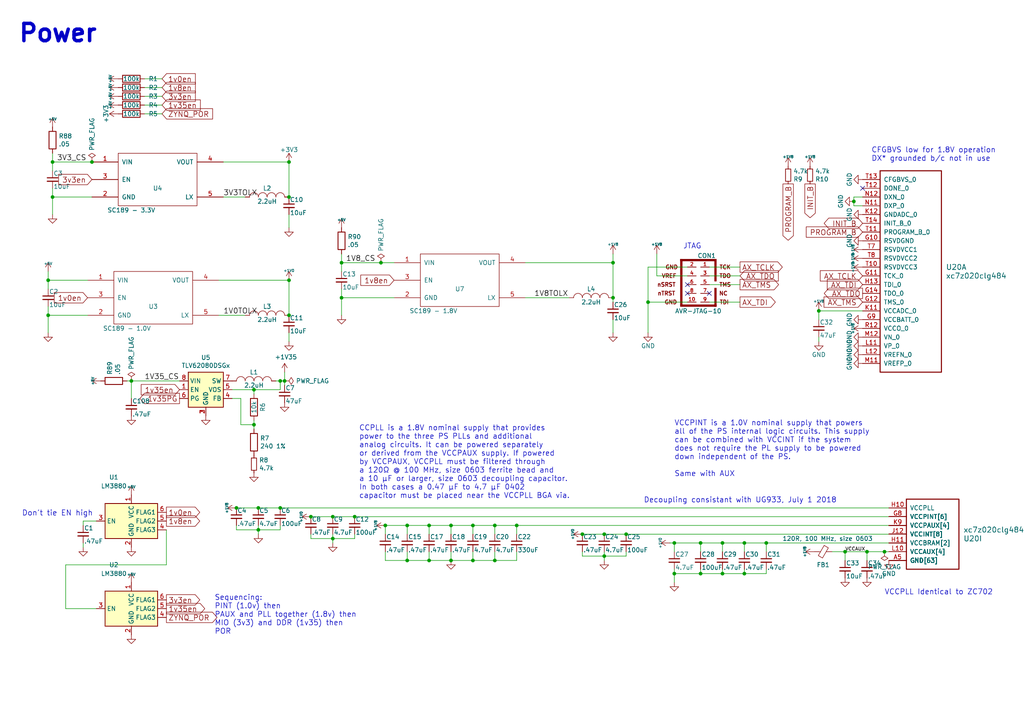
<source format=kicad_sch>
(kicad_sch (version 20231120) (generator "eeschema") (generator_version "8.0")
  (paper "A4")
  (junction (at 15.24 46.99))
  (junction (at 82.55 110.49))
  (junction (at 111.76 152.4))
  (junction (at 168.91 154.94))
  (junction (at 143.51 162.56))
  (junction (at 83.82 46.99))
  (junction (at 247.65 58.42))
  (junction (at 143.51 152.4))
  (junction (at 177.8 76.2))
  (junction (at 124.46 162.56))
  (junction (at 203.2 166.37))
  (junction (at 177.8 86.36))
  (junction (at 237.49 90.17))
  (junction (at 90.17 149.86))
  (junction (at 83.82 57.15))
  (junction (at 118.11 152.4))
  (junction (at 175.26 161.29))
  (junction (at 118.11 162.56))
  (junction (at 81.28 110.49))
  (junction (at 215.9 157.48))
  (junction (at 209.55 166.37))
  (junction (at 187.96 87.63))
  (junction (at 99.06 76.2))
  (junction (at 209.55 157.48))
  (junction (at 195.58 157.48))
  (junction (at 130.81 152.4))
  (junction (at 15.24 57.15))
  (junction (at 73.66 123.19))
  (junction (at 13.97 81.28))
  (junction (at 203.2 157.48))
  (junction (at 96.52 156.21))
  (junction (at 13.97 91.44))
  (junction (at 137.16 162.56))
  (junction (at 96.52 149.86))
  (junction (at 74.93 147.32))
  (junction (at 222.25 157.48))
  (junction (at 256.54 160.02))
  (junction (at 81.28 147.32))
  (junction (at 74.93 153.67))
  (junction (at 83.82 91.44))
  (junction (at 130.81 162.56))
  (junction (at 68.58 147.32))
  (junction (at 73.66 113.03))
  (junction (at 124.46 152.4))
  (junction (at 181.61 154.94))
  (junction (at 102.87 149.86))
  (junction (at 99.06 86.36))
  (junction (at 149.86 152.4))
  (junction (at 26.67 46.99))
  (junction (at 195.58 166.37))
  (junction (at 245.11 160.02))
  (junction (at 38.1 110.49))
  (junction (at 83.82 81.28))
  (junction (at 215.9 166.37))
  (junction (at 110.49 76.2))
  (junction (at 251.46 160.02))
  (junction (at 137.16 152.4))
  (junction (at 175.26 154.94))
  (no_connect (at 250.19 54.61))
  (no_connect (at 199.39 82.55))
  (no_connect (at 205.74 85.09))
  (no_connect (at 199.39 85.09))
  (wire (pts (xy 19.05 163.83) (xy 19.05 176.53)))
  (wire (pts (xy 64.77 46.99) (xy 83.82 46.99)))
  (wire (pts (xy 15.24 54.61) (xy 15.24 57.15)))
  (wire (pts (xy 74.93 153.67) (xy 74.93 152.4)))
  (wire (pts (xy 41.91 30.48) (xy 46.99 30.48)))
  (wire (pts (xy 195.58 160.02) (xy 195.58 157.48)))
  (wire (pts (xy 38.1 110.49) (xy 52.07 110.49)))
  (wire (pts (xy 81.28 147.32) (xy 257.81 147.32)))
  (wire (pts (xy 175.26 161.29) (xy 175.26 160.02)))
  (wire (pts (xy 90.17 149.86) (xy 96.52 149.86)))
  (wire (pts (xy 215.9 166.37) (xy 222.25 166.37)))
  (wire (pts (xy 15.24 44.45) (xy 15.24 46.99)))
  (wire (pts (xy 13.97 81.28) (xy 13.97 83.82)))
  (wire (pts (xy 81.28 110.49) (xy 82.55 110.49)))
  (wire (pts (xy 214.63 77.47) (xy 205.74 77.47)))
  (wire (pts (xy 195.58 165.1) (xy 195.58 166.37)))
  (wire (pts (xy 247.65 57.15) (xy 247.65 58.42)))
  (wire (pts (xy 83.82 62.23) (xy 83.82 66.04)))
  (wire (pts (xy 237.49 90.17) (xy 237.49 92.71)))
  (wire (pts (xy 118.11 160.02) (xy 118.11 162.56)))
  (wire (pts (xy 73.66 114.3) (xy 73.66 113.03)))
  (wire (pts (xy 67.31 113.03) (xy 73.66 113.03)))
  (wire (pts (xy 187.96 77.47) (xy 187.96 87.63)))
  (wire (pts (xy 175.26 154.94) (xy 181.61 154.94)))
  (wire (pts (xy 63.5 91.44) (xy 71.12 91.44)))
  (wire (pts (xy 102.87 149.86) (xy 257.81 149.86)))
  (wire (pts (xy 83.82 96.52) (xy 83.82 99.06)))
  (wire (pts (xy 27.94 151.13) (xy 24.13 151.13)))
  (wire (pts (xy 73.66 123.19) (xy 73.66 121.92)))
  (wire (pts (xy 46.99 27.94) (xy 41.91 27.94)))
  (wire (pts (xy 222.25 166.37) (xy 222.25 165.1)))
  (wire (pts (xy 175.26 161.29) (xy 175.26 162.56)))
  (wire (pts (xy 130.81 162.56) (xy 137.16 162.56)))
  (wire (pts (xy 168.91 161.29) (xy 175.26 161.29)))
  (wire (pts (xy 203.2 166.37) (xy 209.55 166.37)))
  (wire (pts (xy 13.97 88.9) (xy 13.97 91.44)))
  (wire (pts (xy 69.85 115.57) (xy 69.85 123.19)))
  (wire (pts (xy 190.5 80.01) (xy 190.5 73.66)))
  (wire (pts (xy 199.39 87.63) (xy 187.96 87.63)))
  (wire (pts (xy 99.06 83.82) (xy 99.06 86.36)))
  (wire (pts (xy 203.2 166.37) (xy 203.2 165.1)))
  (wire (pts (xy 48.26 163.83) (xy 19.05 163.83)))
  (wire (pts (xy 222.25 157.48) (xy 222.25 160.02)))
  (wire (pts (xy 209.55 157.48) (xy 215.9 157.48)))
  (wire (pts (xy 68.58 153.67) (xy 74.93 153.67)))
  (wire (pts (xy 187.96 87.63) (xy 187.96 96.52)))
  (wire (pts (xy 73.66 113.03) (xy 81.28 113.03)))
  (wire (pts (xy 13.97 91.44) (xy 13.97 96.52)))
  (wire (pts (xy 111.76 160.02) (xy 111.76 162.56)))
  (wire (pts (xy 46.99 22.86) (xy 41.91 22.86)))
  (wire (pts (xy 181.61 161.29) (xy 181.61 160.02)))
  (wire (pts (xy 209.55 166.37) (xy 209.55 165.1)))
  (wire (pts (xy 24.13 157.48) (xy 24.13 158.75)))
  (wire (pts (xy 137.16 160.02) (xy 137.16 162.56)))
  (wire (pts (xy 38.1 115.57) (xy 38.1 110.49)))
  (wire (pts (xy 118.11 152.4) (xy 124.46 152.4)))
  (wire (pts (xy 214.63 80.01) (xy 205.74 80.01)))
  (wire (pts (xy 99.06 76.2) (xy 110.49 76.2)))
  (wire (pts (xy 195.58 166.37) (xy 203.2 166.37)))
  (wire (pts (xy 82.55 110.49) (xy 82.55 111.76)))
  (wire (pts (xy 15.24 57.15) (xy 26.67 57.15)))
  (wire (pts (xy 130.81 152.4) (xy 137.16 152.4)))
  (wire (pts (xy 99.06 86.36) (xy 99.06 91.44)))
  (wire (pts (xy 250.19 90.17) (xy 237.49 90.17)))
  (wire (pts (xy 222.25 157.48) (xy 257.81 157.48)))
  (wire (pts (xy 175.26 161.29) (xy 181.61 161.29)))
  (wire (pts (xy 67.31 115.57) (xy 69.85 115.57)))
  (wire (pts (xy 15.24 57.15) (xy 15.24 62.23)))
  (wire (pts (xy 41.91 25.4) (xy 46.99 25.4)))
  (wire (pts (xy 257.81 160.02) (xy 256.54 160.02)))
  (wire (pts (xy 149.86 152.4) (xy 149.86 154.94)))
  (wire (pts (xy 69.85 123.19) (xy 73.66 123.19)))
  (wire (pts (xy 168.91 160.02) (xy 168.91 161.29)))
  (wire (pts (xy 99.06 76.2) (xy 99.06 78.74)))
  (wire (pts (xy 250.19 57.15) (xy 247.65 57.15)))
  (wire (pts (xy 96.52 156.21) (xy 96.52 154.94)))
  (wire (pts (xy 83.82 46.99) (xy 83.82 57.15)))
  (wire (pts (xy 110.49 76.2) (xy 114.3 76.2)))
  (wire (pts (xy 194.31 157.48) (xy 195.58 157.48)))
  (wire (pts (xy 137.16 162.56) (xy 143.51 162.56)))
  (wire (pts (xy 124.46 162.56) (xy 130.81 162.56)))
  (wire (pts (xy 195.58 166.37) (xy 195.58 168.91)))
  (wire (pts (xy 241.3 160.02) (xy 245.11 160.02)))
  (wire (pts (xy 149.86 162.56) (xy 149.86 160.02)))
  (wire (pts (xy 96.52 156.21) (xy 102.87 156.21)))
  (wire (pts (xy 82.55 110.49) (xy 82.55 107.95)))
  (wire (pts (xy 152.4 86.36) (xy 165.1 86.36)))
  (wire (pts (xy 13.97 91.44) (xy 25.4 91.44)))
  (wire (pts (xy 137.16 152.4) (xy 143.51 152.4)))
  (wire (pts (xy 68.58 147.32) (xy 74.93 147.32)))
  (wire (pts (xy 245.11 160.02) (xy 245.11 162.56)))
  (wire (pts (xy 143.51 154.94) (xy 143.51 152.4)))
  (wire (pts (xy 99.06 86.36) (xy 114.3 86.36)))
  (wire (pts (xy 152.4 76.2) (xy 177.8 76.2)))
  (wire (pts (xy 247.65 59.69) (xy 250.19 59.69)))
  (wire (pts (xy 215.9 157.48) (xy 215.9 160.02)))
  (wire (pts (xy 177.8 76.2) (xy 177.8 86.36)))
  (wire (pts (xy 124.46 160.02) (xy 124.46 162.56)))
  (wire (pts (xy 19.05 176.53) (xy 27.94 176.53)))
  (wire (pts (xy 251.46 160.02) (xy 251.46 162.56)))
  (wire (pts (xy 81.28 153.67) (xy 81.28 152.4)))
  (wire (pts (xy 24.13 151.13) (xy 24.13 152.4)))
  (wire (pts (xy 80.01 110.49) (xy 81.28 110.49)))
  (wire (pts (xy 63.5 81.28) (xy 83.82 81.28)))
  (wire (pts (xy 177.8 73.66) (xy 177.8 76.2)))
  (wire (pts (xy 237.49 97.79) (xy 237.49 99.06)))
  (wire (pts (xy 195.58 157.48) (xy 203.2 157.48)))
  (wire (pts (xy 247.65 58.42) (xy 247.65 59.69)))
  (wire (pts (xy 102.87 156.21) (xy 102.87 154.94)))
  (wire (pts (xy 96.52 149.86) (xy 102.87 149.86)))
  (wire (pts (xy 215.9 166.37) (xy 215.9 165.1)))
  (wire (pts (xy 15.24 46.99) (xy 15.24 49.53)))
  (wire (pts (xy 214.63 82.55) (xy 205.74 82.55)))
  (wire (pts (xy 48.26 153.67) (xy 48.26 163.83)))
  (wire (pts (xy 199.39 77.47) (xy 187.96 77.47)))
  (wire (pts (xy 177.8 92.71) (xy 177.8 96.52)))
  (wire (pts (xy 199.39 80.01) (xy 190.5 80.01)))
  (wire (pts (xy 74.93 153.67) (xy 74.93 154.94)))
  (wire (pts (xy 130.81 160.02) (xy 130.81 162.56)))
  (wire (pts (xy 203.2 157.48) (xy 209.55 157.48)))
  (wire (pts (xy 90.17 154.94) (xy 90.17 156.21)))
  (wire (pts (xy 68.58 152.4) (xy 68.58 153.67)))
  (wire (pts (xy 99.06 73.66) (xy 99.06 76.2)))
  (wire (pts (xy 168.91 154.94) (xy 175.26 154.94)))
  (wire (pts (xy 111.76 154.94) (xy 111.76 152.4)))
  (wire (pts (xy 74.93 147.32) (xy 81.28 147.32)))
  (wire (pts (xy 245.11 160.02) (xy 251.46 160.02)))
  (wire (pts (xy 209.55 157.48) (xy 209.55 160.02)))
  (wire (pts (xy 74.93 153.67) (xy 81.28 153.67)))
  (wire (pts (xy 181.61 154.94) (xy 257.81 154.94)))
  (wire (pts (xy 15.24 46.99) (xy 26.67 46.99)))
  (wire (pts (xy 13.97 78.74) (xy 13.97 81.28)))
  (wire (pts (xy 143.51 162.56) (xy 149.86 162.56)))
  (wire (pts (xy 73.66 124.46) (xy 73.66 123.19)))
  (wire (pts (xy 13.97 81.28) (xy 25.4 81.28)))
  (wire (pts (xy 143.51 152.4) (xy 149.86 152.4)))
  (wire (pts (xy 36.83 110.49) (xy 38.1 110.49)))
  (wire (pts (xy 149.86 152.4) (xy 257.81 152.4)))
  (wire (pts (xy 111.76 162.56) (xy 118.11 162.56)))
  (wire (pts (xy 83.82 81.28) (xy 83.82 91.44)))
  (wire (pts (xy 46.99 33.02) (xy 41.91 33.02)))
  (wire (pts (xy 130.81 154.94) (xy 130.81 152.4)))
  (wire (pts (xy 90.17 156.21) (xy 96.52 156.21)))
  (wire (pts (xy 177.8 86.36) (xy 177.8 87.63)))
  (wire (pts (xy 118.11 152.4) (xy 118.11 154.94)))
  (wire (pts (xy 209.55 166.37) (xy 215.9 166.37)))
  (wire (pts (xy 111.76 152.4) (xy 118.11 152.4)))
  (wire (pts (xy 124.46 152.4) (xy 130.81 152.4)))
  (wire (pts (xy 71.12 57.15) (xy 64.77 57.15)))
  (wire (pts (xy 124.46 154.94) (xy 124.46 152.4)))
  (wire (pts (xy 215.9 157.48) (xy 222.25 157.48)))
  (wire (pts (xy 118.11 162.56) (xy 124.46 162.56)))
  (wire (pts (xy 203.2 157.48) (xy 203.2 160.02)))
  (wire (pts (xy 214.63 87.63) (xy 205.74 87.63)))
  (wire (pts (xy 137.16 154.94) (xy 137.16 152.4)))
  (wire (pts (xy 256.54 160.02) (xy 251.46 160.02)))
  (wire (pts (xy 81.28 113.03) (xy 81.28 110.49)))
  (wire (pts (xy 96.52 156.21) (xy 96.52 157.48)))
  (wire (pts (xy 143.51 160.02) (xy 143.51 162.56)))
  (text "Decoupling consistant with UG933, July 1 2018" (at 186.69 146.05 0) (effects (font (size 1.524 1.524)) (justify left bottom)))
  (text "Power" (at 5.08 12.7 0) (effects (font (size 5.0038 5.0038) (thickness 1.0008) (bold yes)) (justify left bottom)))
  (text "VCCPLL Identical to ZC702" (at 256.54 172.72 0) (effects (font (size 1.524 1.524)) (justify left bottom)))
  (text "CCPLL is a 1.8V nominal supply that provides \npower to the three PS PLLs and additional\nanalog circuits. It can be powered separately \nor derived from the VCCPAUX supply. If powered\nby VCCPAUX, VCCPLL must be filtered through \na 120Ω @ 100 MHz, size 0603 ferrite bead and\na 10 µF or larger, size 0603 decoupling capacitor. \nIn both cases a 0.47 µF to 4.7 µF 0402\ncapacitor must be placed near the VCCPLL BGA via. " (at 104.14 144.78 0) (effects (font (size 1.524 1.524)) (justify left bottom)))
  (text "VCCPINT is a 1.0V nominal supply that powers \nall of the PS internal logic circuits. This supply \ncan be combined with VCCINT if the system \ndoes not require the PL supply to be powered \ndown independent of the PS.\n\nSame with AUX" (at 195.58 138.43 0) (effects (font (size 1.524 1.524)) (justify left bottom)))
  (text "CFGBVS low for 1.8V operation\nDX* grounded b/c not in use" (at 252.73 46.99 0) (effects (font (size 1.524 1.524)) (justify left bottom)))
  (text "Sequencing: \nPINT (1.0v) then \nPAUX and PLL together (1.8v) then\nMIO (3v3) and DDR (1v35) then\nPOR" (at 62.23 184.15 0) (effects (font (size 1.524 1.524)) (justify left bottom)))
  (text "Don't tie EN high" (at 6.35 149.86 0) (effects (font (size 1.5494 1.5494)) (justify left bottom)))
  (text "JTAG" (at 198.12 72.39 0) (effects (font (size 1.524 1.524)) (justify left bottom)))
  (label "3V3TOLX" (at 64.77 57.15 0) (effects (font (size 1.524 1.524))))
  (label "1V35_CS" (at 41.91 110.49 0) (effects (font (size 1.524 1.524))))
  (label "1V0TOLX" (at 64.77 91.44 0) (effects (font (size 1.524 1.524))))
  (label "3V3_CS" (at 16.51 46.99 0) (effects (font (size 1.524 1.524))))
  (label "1V8_CS" (at 100.33 76.2 0) (effects (font (size 1.524 1.524))))
  (label "VCCAUX" (at 245.11 160.02 0) (effects (font (size 0.9906 0.9906))))
  (label "1V8TOLX" (at 154.94 86.36 0) (effects (font (size 1.524 1.524))))
  (global_label "AX_TDI" (shape input) (at 250.19 82.55 180) (effects (font (size 1.524 1.524))) (property "Intersheetrefs" "${INTERSHEET_REFS}" (effects (hide yes))))
  (global_label "PROGRAM_B" (shape output) (at 228.6 53.34 270) (effects (font (size 1.524 1.524))) (property "Intersheetrefs" "${INTERSHEET_REFS}" (effects (hide yes))))
  (global_label "AX_TCLK" (shape output) (at 214.63 77.47 0) (effects (font (size 1.524 1.524))) (property "Intersheetrefs" "${INTERSHEET_REFS}" (effects (hide yes))))
  (global_label "1v8en" (shape input) (at 46.99 25.4 0) (effects (font (size 1.524 1.524))) (property "Intersheetrefs" "${INTERSHEET_REFS}" (effects (hide yes))))
  (global_label "INIT_B" (shape bidirectional) (at 250.19 64.77 180) (effects (font (size 1.524 1.524))) (property "Intersheetrefs" "${INTERSHEET_REFS}" (effects (hide yes))))
  (global_label "3v3en" (shape output) (at 48.26 173.99 0) (effects (font (size 1.524 1.524))) (property "Intersheetrefs" "${INTERSHEET_REFS}" (effects (hide yes))))
  (global_label "AX_TDO" (shape output) (at 250.19 85.09 180) (effects (font (size 1.524 1.524))) (property "Intersheetrefs" "${INTERSHEET_REFS}" (effects (hide yes))))
  (global_label "1v0en" (shape input) (at 25.4 86.36 180) (effects (font (size 1.524 1.524))) (property "Intersheetrefs" "${INTERSHEET_REFS}" (effects (hide yes))))
  (global_label "1v0en" (shape input) (at 46.99 22.86 0) (effects (font (size 1.524 1.524))) (property "Intersheetrefs" "${INTERSHEET_REFS}" (effects (hide yes))))
  (global_label "INIT_B" (shape output) (at 234.95 53.34 270) (effects (font (size 1.524 1.524))) (property "Intersheetrefs" "${INTERSHEET_REFS}" (effects (hide yes))))
  (global_label "AX_TMS" (shape output) (at 214.63 82.55 0) (effects (font (size 1.524 1.524))) (property "Intersheetrefs" "${INTERSHEET_REFS}" (effects (hide yes))))
  (global_label "AX_TMS" (shape input) (at 250.19 87.63 180) (effects (font (size 1.524 1.524))) (property "Intersheetrefs" "${INTERSHEET_REFS}" (effects (hide yes))))
  (global_label "1v0en" (shape output) (at 48.26 148.59 0) (effects (font (size 1.524 1.524))) (property "Intersheetrefs" "${INTERSHEET_REFS}" (effects (hide yes))))
  (global_label "ZYNQ_POR" (shape input) (at 46.99 33.02 0) (effects (font (size 1.524 1.524))) (property "Intersheetrefs" "${INTERSHEET_REFS}" (effects (hide yes))))
  (global_label "AX_TDI" (shape output) (at 214.63 87.63 0) (effects (font (size 1.524 1.524))) (property "Intersheetrefs" "${INTERSHEET_REFS}" (effects (hide yes))))
  (global_label "1v35en" (shape input) (at 52.07 113.03 180) (effects (font (size 1.524 1.524))) (property "Intersheetrefs" "${INTERSHEET_REFS}" (effects (hide yes))))
  (global_label "1v35en" (shape output) (at 48.26 176.53 0) (effects (font (size 1.524 1.524))) (property "Intersheetrefs" "${INTERSHEET_REFS}" (effects (hide yes))))
  (global_label "1v8en" (shape input) (at 114.3 81.28 180) (effects (font (size 1.524 1.524))) (property "Intersheetrefs" "${INTERSHEET_REFS}" (effects (hide yes))))
  (global_label "AX_TDO" (shape input) (at 214.63 80.01 0) (effects (font (size 1.524 1.524))) (property "Intersheetrefs" "${INTERSHEET_REFS}" (effects (hide yes))))
  (global_label "3v3en" (shape input) (at 46.99 27.94 0) (effects (font (size 1.524 1.524))) (property "Intersheetrefs" "${INTERSHEET_REFS}" (effects (hide yes))))
  (global_label "1v35en" (shape input) (at 46.99 30.48 0) (effects (font (size 1.524 1.524))) (property "Intersheetrefs" "${INTERSHEET_REFS}" (effects (hide yes))))
  (global_label "ZYNQ_POR" (shape output) (at 48.26 179.07 0) (effects (font (size 1.524 1.524))) (property "Intersheetrefs" "${INTERSHEET_REFS}" (effects (hide yes))))
  (global_label "1v35PG" (shape output) (at 52.07 115.57 180) (effects (font (size 1.524 1.524))) (property "Intersheetrefs" "${INTERSHEET_REFS}" (effects (hide yes))))
  (global_label "3v3en" (shape input) (at 26.67 52.07 180) (effects (font (size 1.524 1.524))) (property "Intersheetrefs" "${INTERSHEET_REFS}" (effects (hide yes))))
  (global_label "1v8en" (shape output) (at 48.26 151.13 0) (effects (font (size 1.524 1.524))) (property "Intersheetrefs" "${INTERSHEET_REFS}" (effects (hide yes))))
  (global_label "AX_TCLK" (shape input) (at 250.19 80.01 180) (effects (font (size 1.524 1.524))) (property "Intersheetrefs" "${INTERSHEET_REFS}" (effects (hide yes))))
  (global_label "PROGRAM_B" (shape input) (at 250.19 67.31 180) (effects (font (size 1.524 1.524))) (property "Intersheetrefs" "${INTERSHEET_REFS}" (effects (hide yes))))
  (symbol (lib_id "DFTBoard-rescue:AVR-JTAG-10-") (at 200.66 82.55 0) (mirror y) (unit 1)
    (property "Reference" "CON1" (at 204.978 74.168 0))
    (property "Value" "AVR-JTAG-10" (at 209.296 90.932 0) (effects (justify left bottom)))
    (property "Footprint" "DFTcustom:XilinxJTAG" (effects (hide yes)))
    (property "MFR" "DNS" (effects (hide yes)))
  )
  (symbol (lib_id "DFTBoard-rescue:GND-power") (at 187.96 96.52 0) (unit 1)
    (property "Reference" "#PWR038" (effects (hide yes)))
    (property "Value" "GND" (at 187.96 100.33 0))
  )
  (symbol (lib_id "DFTBoard-rescue:+1V8-power") (at 190.5 73.66 0) (unit 1)
    (property "Reference" "#PWR039" (effects (hide yes)))
    (property "Value" "+1V8" (at 190.5 70.866 0) (effects (font (size 0.762 0.762))))
  )
  (symbol (lib_id "Device:C_Small") (at 237.49 95.25 0) (unit 1)
    (property "Reference" "C32" (at 237.744 93.472 0) (effects (justify left)))
    (property "Value" "47uF" (at 237.744 97.282 0) (effects (justify left)))
    (property "Footprint" "Capacitor_SMD:C_0805_2012Metric" (effects (hide yes)))
    (property "MFR" "Murata" (effects (hide yes)))
    (property "MPN" "GRM219R60J476ME44D" (effects (hide yes)))
    (property "SPR" "Digikey" (effects (hide yes)))
    (property "SPN" "490-13249-1-ND" (effects (hide yes)))
  )
  (symbol (lib_id "DFTBoard-rescue:GND-power") (at 237.49 99.06 0) (unit 1)
    (property "Reference" "#PWR048" (effects (hide yes)))
    (property "Value" "GND" (at 237.49 102.87 0))
  )
  (symbol (lib_id "DFTBoard-rescue:GND-power") (at 250.19 52.07 270) (unit 1)
    (property "Reference" "#PWR046" (effects (hide yes)))
    (property "Value" "GND" (at 246.38 52.07 0))
  )
  (symbol (lib_id "DFTBoard-rescue:+1V8-power") (at 237.49 90.17 0) (unit 1)
    (property "Reference" "#PWR047" (effects (hide yes)))
    (property "Value" "+1V8" (at 237.49 87.376 0) (effects (font (size 0.762 0.762))))
  )
  (symbol (lib_id "DFTBoard-rescue:+1V0-power") (at 194.31 157.48 90) (unit 1)
    (property "Reference" "#PWR042" (effects (hide yes)))
    (property "Value" "+1V0" (at 191.516 157.48 0) (effects (font (size 0.762 0.762))))
  )
  (symbol (lib_id "Device:C_Small") (at 203.2 162.56 0) (unit 1)
    (property "Reference" "C28" (at 203.454 160.782 0) (effects (justify left)))
    (property "Value" "100uF" (at 203.454 164.592 0) (effects (justify left)))
    (property "Footprint" "Capacitor_SMD:C_1210_3225Metric" (effects (hide yes)))
    (property "MFR" "TAIYO YUDEN" (effects (hide yes)))
    (property "MPN" "JMK325ABJ107MM-P" (effects (hide yes)))
    (property "SPR" "Digikey" (effects (hide yes)))
    (property "SPN" "587-4313-1-ND" (effects (hide yes)))
  )
  (symbol (lib_id "DFTBoard-rescue:GND-power") (at 195.58 168.91 0) (unit 1)
    (property "Reference" "#PWR043" (effects (hide yes)))
    (property "Value" "GND" (effects (hide yes)))
  )
  (symbol (lib_id "DFTBoard-rescue:GND-power") (at 257.81 162.56 0) (unit 1)
    (property "Reference" "#PWR057" (effects (hide yes)))
    (property "Value" "GND" (at 257.81 166.37 0))
  )
  (symbol (lib_id "DFTBoard-rescue:SC189-") (at 133.35 81.28 0) (unit 1)
    (property "Reference" "U7" (at 133.35 83.82 0))
    (property "Value" "SC189 - 1.8V" (at 125.73 90.17 0))
    (property "Footprint" "Package_TO_SOT_SMD:SOT-23-5" (effects (hide yes)))
    (property "Datasheet" "DOCUMENTATION" (effects (hide yes)))
    (property "MFR" "Semtech Corporation" (effects (hide yes)))
    (property "MPN" "SC189LSKTRT" (effects (hide yes)))
    (property "SPR" "Digikey" (effects (hide yes)))
    (property "SPN" "SC189LSKCT-ND" (effects (hide yes)))
  )
  (symbol (lib_id "DFTBoard-rescue:SC189-") (at 45.72 52.07 0) (unit 1)
    (property "Reference" "U4" (at 45.72 54.61 0))
    (property "Value" "SC189 - 3.3V" (at 38.1 60.96 0))
    (property "Footprint" "Package_TO_SOT_SMD:SOT-23-5" (effects (hide yes)))
    (property "Datasheet" "DOCUMENTATION" (effects (hide yes)))
    (property "MFR" "Semtech Corporation" (effects (hide yes)))
    (property "MPN" "SC189ZSKTRT" (effects (hide yes)))
    (property "SPR" "Digikey" (effects (hide yes)))
    (property "SPN" "SC189ZSKCT-ND" (effects (hide yes)))
  )
  (symbol (lib_id "DFTBoard-rescue:SC189-") (at 44.45 86.36 0) (unit 1)
    (property "Reference" "U3" (at 44.45 88.9 0))
    (property "Value" "SC189 - 1.0V" (at 36.83 95.25 0))
    (property "Footprint" "Package_TO_SOT_SMD:SOT-23-5" (effects (hide yes)))
    (property "Datasheet" "DOCUMENTATION" (effects (hide yes)))
    (property "MFR" "Semtech Corporation" (effects (hide yes)))
    (property "MPN" "SC189ASKTRT" (effects (hide yes)))
    (property "SPR" "Digikey" (effects (hide yes)))
    (property "SPN" "SC189ASKCT-ND" (effects (hide yes)))
  )
  (symbol (lib_id "DFTBoard-rescue:GND-power") (at 13.97 96.52 0) (unit 1)
    (property "Reference" "#PWR03" (effects (hide yes)))
    (property "Value" "GND" (effects (hide yes)))
  )
  (symbol (lib_id "Device:C_Small") (at 15.24 52.07 0) (unit 1)
    (property "Reference" "C3" (at 15.494 50.292 0) (effects (justify left)))
    (property "Value" "10uF" (at 15.494 54.102 0) (effects (justify left)))
    (property "Footprint" "Capacitor_SMD:C_0603_1608Metric" (effects (hide yes)))
    (property "MFR" "Murata" (effects (hide yes)))
    (property "MPN" "GRM188R61A106KE69J" (effects (hide yes)))
    (property "SPR" "Digikey" (effects (hide yes)))
    (property "SPN" "490-14372-1-ND" (effects (hide yes)))
  )
  (symbol (lib_id "Device:C_Small") (at 99.06 81.28 0) (unit 1)
    (property "Reference" "C13" (at 99.314 79.502 0) (effects (justify left)))
    (property "Value" "10uF" (at 99.314 83.312 0) (effects (justify left)))
    (property "Footprint" "Capacitor_SMD:C_0603_1608Metric" (effects (hide yes)))
    (property "MFR" "Murata" (effects (hide yes)))
    (property "MPN" "GRM188R61A106KE69J" (effects (hide yes)))
    (property "SPR" "Digikey" (effects (hide yes)))
    (property "SPN" "490-14372-1-ND" (effects (hide yes)))
  )
  (symbol (lib_id "Device:C_Small") (at 13.97 86.36 0) (unit 1)
    (property "Reference" "C2" (at 14.224 84.582 0) (effects (justify left)))
    (property "Value" "10uF" (at 14.224 88.392 0) (effects (justify left)))
    (property "Footprint" "Capacitor_SMD:C_0603_1608Metric" (effects (hide yes)))
    (property "MFR" "Murata" (effects (hide yes)))
    (property "MPN" "GRM188R61A106KE69J" (effects (hide yes)))
    (property "SPR" "Digikey" (effects (hide yes)))
    (property "SPN" "490-14372-1-ND" (effects (hide yes)))
  )
  (symbol (lib_id "Device:C_Small") (at 83.82 59.69 0) (unit 1)
    (property "Reference" "C10" (at 84.074 57.912 0) (effects (justify left)))
    (property "Value" "10uF" (at 84.074 61.722 0) (effects (justify left)))
    (property "Footprint" "Capacitor_SMD:C_0603_1608Metric" (effects (hide yes)))
    (property "MFR" "Murata" (effects (hide yes)))
    (property "MPN" "GRM188R61A106KE69J" (effects (hide yes)))
    (property "SPR" "Digikey" (effects (hide yes)))
    (property "SPN" "490-14372-1-ND" (effects (hide yes)))
  )
  (symbol (lib_id "Device:C_Small") (at 83.82 93.98 0) (unit 1)
    (property "Reference" "C11" (at 84.074 92.202 0) (effects (justify left)))
    (property "Value" "10uF" (at 84.074 96.012 0) (effects (justify left)))
    (property "Footprint" "Capacitor_SMD:C_0603_1608Metric" (effects (hide yes)))
    (property "MFR" "Murata" (effects (hide yes)))
    (property "MPN" "GRM188R61A106KE69J" (effects (hide yes)))
    (property "SPR" "Digikey" (effects (hide yes)))
    (property "SPN" "490-14372-1-ND" (effects (hide yes)))
  )
  (symbol (lib_id "Device:C_Small") (at 177.8 90.17 0) (unit 1)
    (property "Reference" "C26" (at 178.054 88.392 0) (effects (justify left)))
    (property "Value" "10uF" (at 178.054 92.202 0) (effects (justify left)))
    (property "Footprint" "Capacitor_SMD:C_0603_1608Metric" (effects (hide yes)))
    (property "MFR" "Murata" (effects (hide yes)))
    (property "MPN" "GRM188R61A106KE69J" (effects (hide yes)))
    (property "SPR" "Digikey" (effects (hide yes)))
    (property "SPN" "490-14372-1-ND" (effects (hide yes)))
  )
  (symbol (lib_id "DFTBoard-rescue:GND-power") (at 83.82 66.04 0) (unit 1)
    (property "Reference" "#PWR025" (effects (hide yes)))
    (property "Value" "GND" (effects (hide yes)))
  )
  (symbol (lib_id "DFTBoard-rescue:GND-power") (at 83.82 99.06 0) (unit 1)
    (property "Reference" "#PWR027" (effects (hide yes)))
    (property "Value" "GND" (effects (hide yes)))
  )
  (symbol (lib_id "DFTBoard-rescue:GND-power") (at 177.8 96.52 0) (unit 1)
    (property "Reference" "#PWR041" (effects (hide yes)))
    (property "Value" "GND" (effects (hide yes)))
  )
  (symbol (lib_id "DFTBoard-rescue:+1V0-power") (at 83.82 81.28 0) (unit 1)
    (property "Reference" "#PWR026" (effects (hide yes)))
    (property "Value" "+1V0" (at 83.82 78.486 0) (effects (font (size 0.762 0.762))))
  )
  (symbol (lib_id "DFTBoard-rescue:+1V8-power") (at 177.8 73.66 0) (unit 1)
    (property "Reference" "#PWR040" (effects (hide yes)))
    (property "Value" "+1V8" (at 177.8 70.866 0) (effects (font (size 0.762 0.762))))
  )
  (symbol (lib_id "DFTBoard-rescue:INDUCTOR_SMALL_P-") (at 77.47 57.15 0) (unit 1)
    (property "Reference" "L2" (at 77.47 54.61 0))
    (property "Value" "2.2uH" (at 77.47 58.42 0))
    (property "Footprint" "Capacitor_SMD:C_1812_4532Metric" (effects (hide yes)))
    (property "MFR" "Murata" (effects (hide yes)))
    (property "MPN" "LQH43PN2R2M26L" (effects (hide yes)))
    (property "SPR" "Digikey" (effects (hide yes)))
    (property "SPN" "490-12049-1-ND" (effects (hide yes)))
  )
  (symbol (lib_id "DFTBoard-rescue:INDUCTOR_SMALL_P-") (at 77.47 91.44 0) (unit 1)
    (property "Reference" "L3" (at 77.47 88.9 0))
    (property "Value" "2.2uH" (at 77.47 92.71 0))
    (property "Footprint" "Capacitor_SMD:C_1812_4532Metric" (effects (hide yes)))
    (property "MFR" "Murata" (effects (hide yes)))
    (property "MPN" "LQH43PN2R2M26L" (effects (hide yes)))
    (property "SPR" "Digikey" (effects (hide yes)))
    (property "SPN" "490-12049-1-ND" (effects (hide yes)))
  )
  (symbol (lib_id "DFTBoard-rescue:INDUCTOR_SMALL_P-") (at 171.45 86.36 0) (unit 1)
    (property "Reference" "L4" (at 171.45 83.82 0))
    (property "Value" "2.2uH" (at 171.45 87.63 0))
    (property "Footprint" "Capacitor_SMD:C_1812_4532Metric" (effects (hide yes)))
    (property "MFR" "Murata" (effects (hide yes)))
    (property "MPN" "LQH43PN2R2M26L" (effects (hide yes)))
    (property "SPR" "Digikey" (effects (hide yes)))
    (property "SPN" "490-12049-1-ND" (effects (hide yes)))
  )
  (symbol (lib_id "DFTBoard-rescue:+3V3-power") (at 83.82 46.99 0) (unit 1)
    (property "Reference" "#PWR024" (effects (hide yes)))
    (property "Value" "+3V3" (at 83.82 43.434 0))
  )
  (symbol (lib_id "DFTBoard-rescue:GND-power") (at 15.24 62.23 0) (unit 1)
    (property "Reference" "#PWR05" (effects (hide yes)))
    (property "Value" "GND" (effects (hide yes)))
  )
  (symbol (lib_id "DFTBoard-rescue:GND-power") (at 99.06 91.44 0) (unit 1)
    (property "Reference" "#PWR029" (effects (hide yes)))
    (property "Value" "GND" (effects (hide yes)))
  )
  (symbol (lib_id "Device:C_Small") (at 251.46 165.1 0) (unit 1)
    (property "Reference" "C34" (at 251.714 163.322 0) (effects (justify left)))
    (property "Value" ".47uF" (at 251.714 167.132 0) (effects (justify left)))
    (property "Footprint" "Capacitor_SMD:C_0402_1005Metric" (effects (hide yes)))
    (property "MFR" "Yageo" (effects (hide yes)))
    (property "MPN" "CC0402KRX5R5BB474" (effects (hide yes)))
    (property "SPR" "Digikey" (effects (hide yes)))
    (property "SPN" "311-1684-1-ND" (effects (hide yes)))
  )
  (symbol (lib_id "DFTBoard-rescue:GND-power") (at 251.46 167.64 0) (unit 1)
    (property "Reference" "#PWR056" (effects (hide yes)))
    (property "Value" "GND" (effects (hide yes)))
  )
  (symbol (lib_id "DFTBoard-rescue:Ferrite_Bead_Small-Device") (at 238.76 160.02 270) (unit 1)
    (property "Reference" "FB1" (at 238.76 163.83 90))
    (property "Value" "120R, 100 MHz, size 0603" (at 240.03 156.21 90))
    (property "Footprint" "Capacitor_SMD:C_0603_1608Metric" (effects (hide yes)))
    (property "MFR" "Murata Electronics" (effects (hide yes)))
    (property "MPN" "BLM18AG121SN1D" (effects (hide yes)))
    (property "SPR" "Digikey" (effects (hide yes)))
    (property "SPN" "490-1011-1-ND" (effects (hide yes)))
    (property "SPURL" "-" (effects (hide yes)))
  )
  (symbol (lib_id "DFTBoard-rescue:+1V8-power") (at 236.22 160.02 90) (unit 1)
    (property "Reference" "#PWR049" (effects (hide yes)))
    (property "Value" "+1V8" (at 233.426 160.02 0) (effects (font (size 0.762 0.762))))
  )
  (symbol (lib_id "Device:C_Small") (at 245.11 165.1 0) (unit 1)
    (property "Reference" "C33" (at 245.364 163.322 0) (effects (justify left)))
    (property "Value" "10uF" (at 245.364 167.132 0) (effects (justify left)))
    (property "Footprint" "Capacitor_SMD:C_0603_1608Metric" (effects (hide yes)))
    (property "MFR" "Murata" (effects (hide yes)))
    (property "MPN" "GRM188R61A106KE69J" (effects (hide yes)))
    (property "SPR" "Digikey" (effects (hide yes)))
    (property "SPN" "490-14372-1-ND" (effects (hide yes)))
  )
  (symbol (lib_id "DFTBoard-rescue:GND-power") (at 245.11 167.64 0) (unit 1)
    (property "Reference" "#PWR051" (effects (hide yes)))
    (property "Value" "GND" (effects (hide yes)))
  )
  (symbol (lib_id "Device:C_Small") (at 149.86 157.48 0) (unit 1)
    (property "Reference" "C22" (at 150.114 155.702 0) (effects (justify left)))
    (property "Value" "330uF" (at 150.114 159.512 0) (effects (justify left)))
    (property "Footprint" "Capacitor_SMD:C_1206_3216Metric" (effects (hide yes)))
    (property "MFR" "AVX Corporation" (effects (hide yes)))
    (property "MPN" "F950G337MAAAQ2" (effects (hide yes)))
    (property "SPR" "Digikey" (effects (hide yes)))
    (property "SPN" "478-8378-1-ND" (effects (hide yes)))
    (property "SPURL" "-" (effects (hide yes)))
  )
  (symbol (lib_id "Device:C_Small") (at 143.51 157.48 0) (unit 1)
    (property "Reference" "C20" (at 143.764 155.702 0) (effects (justify left)))
    (property "Value" "4.7uF" (at 143.764 159.512 0) (effects (justify left)))
    (property "Footprint" "Capacitor_SMD:C_0402_1005Metric" (effects (hide yes)))
    (property "MFR" "Murata" (effects (hide yes)))
    (property "MPN" "GRM155R60G475ME47D" (effects (hide yes)))
    (property "SPR" "Digikey" (effects (hide yes)))
    (property "SPN" "490-11980-1-ND" (effects (hide yes)))
  )
  (symbol (lib_id "Device:C_Small") (at 137.16 157.48 0) (unit 1)
    (property "Reference" "C19" (at 137.414 155.702 0) (effects (justify left)))
    (property "Value" "4.7uF" (at 137.414 159.512 0) (effects (justify left)))
    (property "Footprint" "Capacitor_SMD:C_0402_1005Metric" (effects (hide yes)))
    (property "MFR" "Murata" (effects (hide yes)))
    (property "MPN" "GRM155R60G475ME47D" (effects (hide yes)))
    (property "SPR" "Digikey" (effects (hide yes)))
    (property "SPN" "490-11980-1-ND" (effects (hide yes)))
  )
  (symbol (lib_id "Device:C_Small") (at 130.81 157.48 0) (unit 1)
    (property "Reference" "C18" (at 131.064 155.702 0) (effects (justify left)))
    (property "Value" ".47uF" (at 131.064 159.512 0) (effects (justify left)))
    (property "Footprint" "Capacitor_SMD:C_0402_1005Metric" (effects (hide yes)))
    (property "MFR" "Yageo" (effects (hide yes)))
    (property "MPN" "CC0402KRX5R5BB474" (effects (hide yes)))
    (property "SPR" "Digikey" (effects (hide yes)))
    (property "SPN" "311-1684-1-ND" (effects (hide yes)))
  )
  (symbol (lib_id "Device:C_Small") (at 124.46 157.48 0) (unit 1)
    (property "Reference" "C17" (at 124.714 155.702 0) (effects (justify left)))
    (property "Value" ".47uF" (at 124.714 159.512 0) (effects (justify left)))
    (property "Footprint" "Capacitor_SMD:C_0402_1005Metric" (effects (hide yes)))
    (property "MFR" "Yageo" (effects (hide yes)))
    (property "MPN" "CC0402KRX5R5BB474" (effects (hide yes)))
    (property "SPR" "Digikey" (effects (hide yes)))
    (property "SPN" "311-1684-1-ND" (effects (hide yes)))
  )
  (symbol (lib_id "Device:C_Small") (at 118.11 157.48 0) (unit 1)
    (property "Reference" "C15" (at 118.364 155.702 0) (effects (justify left)))
    (property "Value" ".47uF" (at 118.364 159.512 0) (effects (justify left)))
    (property "Footprint" "Capacitor_SMD:C_0402_1005Metric" (effects (hide yes)))
    (property "MFR" "Yageo" (effects (hide yes)))
    (property "MPN" "CC0402KRX5R5BB474" (effects (hide yes)))
    (property "SPR" "Digikey" (effects (hide yes)))
    (property "SPN" "311-1684-1-ND" (effects (hide yes)))
  )
  (symbol (lib_id "Device:C_Small") (at 111.76 157.48 0) (unit 1)
    (property "Reference" "C14" (at 112.014 155.702 0) (effects (justify left)))
    (property "Value" ".47uF" (at 112.014 159.512 0) (effects (justify left)))
    (property "Footprint" "Capacitor_SMD:C_0402_1005Metric" (effects (hide yes)))
    (property "MFR" "Yageo" (effects (hide yes)))
    (property "MPN" "CC0402KRX5R5BB474" (effects (hide yes)))
    (property "SPR" "Digikey" (effects (hide yes)))
    (property "SPN" "311-1684-1-ND" (effects (hide yes)))
  )
  (symbol (lib_id "Device:C_Small") (at 209.55 162.56 0) (unit 1)
    (property "Reference" "C29" (at 209.804 160.782 0) (effects (justify left)))
    (property "Value" ".47uF" (at 209.804 164.592 0) (effects (justify left)))
    (property "Footprint" "Capacitor_SMD:C_0402_1005Metric" (effects (hide yes)))
    (property "MFR" "Yageo" (effects (hide yes)))
    (property "MPN" "CC0402KRX5R5BB474" (effects (hide yes)))
    (property "SPR" "Digikey" (effects (hide yes)))
    (property "SPN" "311-1684-1-ND" (effects (hide yes)))
  )
  (symbol (lib_id "Device:C_Small") (at 215.9 162.56 0) (unit 1)
    (property "Reference" "C30" (at 216.154 160.782 0) (effects (justify left)))
    (property "Value" ".47uF" (at 216.154 164.592 0) (effects (justify left)))
    (property "Footprint" "Capacitor_SMD:C_0402_1005Metric" (effects (hide yes)))
    (property "MFR" "Yageo" (effects (hide yes)))
    (property "MPN" "CC0402KRX5R5BB474" (effects (hide yes)))
    (property "SPR" "Digikey" (effects (hide yes)))
    (property "SPN" "311-1684-1-ND" (effects (hide yes)))
  )
  (symbol (lib_id "Device:C_Small") (at 222.25 162.56 0) (unit 1)
    (property "Reference" "C31" (at 222.504 160.782 0) (effects (justify left)))
    (property "Value" ".47uF" (at 222.504 164.592 0) (effects (justify left)))
    (property "Footprint" "Capacitor_SMD:C_0402_1005Metric" (effects (hide yes)))
    (property "MFR" "Yageo" (effects (hide yes)))
    (property "MPN" "CC0402KRX5R5BB474" (effects (hide yes)))
    (property "SPR" "Digikey" (effects (hide yes)))
    (property "SPN" "311-1684-1-ND" (effects (hide yes)))
  )
  (symbol (lib_name "LM3880_1") (lib_id "Power_Supervisor:LM3880") (at 38.1 151.13 0) (unit 1)
    (property "Reference" "U1" (at 33.02 138.43 0))
    (property "Value" "LM3880" (at 33.02 140.97 0))
    (property "Footprint" "Package_TO_SOT_SMD:SOT-23-6" (effects (hide yes)))
    (property "Datasheet" "http://www.ti.com/lit/ds/symlink/lm3880.pdf" (effects (hide yes)))
    (property "MFR" "Texas Instruments" (effects (hide yes)))
    (property "MPN" "LM3880MF-1AE/NOPB" (effects (hide yes)))
    (property "SPR" "Digikey" (effects (hide yes)))
    (property "SPN" "LM3880MF-1AE/NOPBDKR-ND" (effects (hide yes)))
    (property "SPURL" "-" (effects (hide yes)))
  )
  (symbol (lib_id "Power_Supervisor:LM3880") (at 38.1 176.53 0) (unit 1)
    (property "Reference" "U2" (at 33.02 163.83 0))
    (property "Value" "LM3880" (at 33.02 166.37 0))
    (property "Footprint" "Package_TO_SOT_SMD:SOT-23-6" (effects (hide yes)))
    (property "Datasheet" "http://www.ti.com/lit/ds/symlink/lm3880.pdf" (effects (hide yes)))
    (property "MFR" "Texas Instruments" (effects (hide yes)))
    (property "MPN" "LM3880MF-1AE/NOPB" (effects (hide yes)))
    (property "SPR" "Digikey" (effects (hide yes)))
    (property "SPN" "LM3880MF-1AE/NOPBDKR-ND" (effects (hide yes)))
    (property "SPURL" "-" (effects (hide yes)))
  )
  (symbol (lib_id "DFTBoard-rescue:+5V-power") (at 38.1 168.91 0) (unit 1)
    (property "Reference" "#PWR08" (effects (hide yes)))
    (property "Value" "+5V" (at 38.1 166.624 0) (effects (font (size 0.762 0.762))))
  )
  (symbol (lib_id "DFTBoard-rescue:GND-power") (at 38.1 158.75 0) (unit 1)
    (property "Reference" "#PWR07" (effects (hide yes)))
    (property "Value" "GND" (effects (hide yes)))
  )
  (symbol (lib_id "DFTBoard-rescue:GND-power") (at 38.1 184.15 0) (unit 1)
    (property "Reference" "#PWR09" (effects (hide yes)))
    (property "Value" "GND" (effects (hide yes)))
  )
  (symbol (lib_id "Device:R_Small") (at 228.6 50.8 0) (mirror x) (unit 1)
    (property "Reference" "R9" (at 230.0986 51.9684 0) (effects (justify left)))
    (property "Value" "4.7k" (at 230.0986 49.657 0) (effects (justify left)))
    (property "Footprint" "Resistor_SMD:R_0402_1005Metric" (effects (hide yes)))
    (property "MFR" "Yageo" (effects (hide yes)))
    (property "MPN" "RC0402JR-074K7L" (effects (hide yes)))
    (property "SPR" "Digikey" (effects (hide yes)))
    (property "SPN" "311-4.7KJRCT-ND" (effects (hide yes)))
    (property "SPURL" "-" (effects (hide yes)))
  )
  (symbol (lib_id "DFTBoard-rescue:+5V-power") (at 99.06 66.04 0) (unit 1)
    (property "Reference" "#PWR028" (effects (hide yes)))
    (property "Value" "+5V" (at 99.06 63.754 0) (effects (font (size 0.762 0.762))))
  )
  (symbol (lib_id "DFTBoard-rescue:+1V8-power") (at 228.6 48.26 0) (mirror y) (unit 1)
    (property "Reference" "#PWR044" (effects (hide yes)))
    (property "Value" "+1V8" (at 228.6 45.466 0) (effects (font (size 0.762 0.762))))
  )
  (symbol (lib_id "DFTBoard-rescue:PWR_FLAG-power") (at 256.54 160.02 180) (unit 1)
    (property "Reference" "#FLG02" (effects (hide yes)))
    (property "Value" "PWR_FLAG" (at 256.54 164.4142 0))
  )
  (symbol (lib_id "Device:R") (at 38.1 22.86 90) (unit 1)
    (property "Reference" "R1" (at 44.45 22.86 90))
    (property "Value" "100k" (at 38.1 22.86 90))
    (property "Footprint" "Resistor_SMD:R_0402_1005Metric" (effects (hide yes)))
    (property "MFR" "Yageo" (effects (hide yes)))
    (property "MPN" "RC0402FR-07100KL" (effects (hide yes)))
    (property "SPR" "Digikey" (effects (hide yes)))
    (property "SPN" "311-100KLRTR-ND" (effects (hide yes)))
  )
  (symbol (lib_id "Device:R_Small") (at 234.95 50.8 0) (mirror x) (unit 1)
    (property "Reference" "R10" (at 236.4486 51.9684 0) (effects (justify left)))
    (property "Value" "4.7k" (at 236.4486 49.657 0) (effects (justify left)))
    (property "Footprint" "Resistor_SMD:R_0402_1005Metric" (effects (hide yes)))
    (property "MFR" "Yageo" (effects (hide yes)))
    (property "MPN" "RC0402JR-074K7L" (effects (hide yes)))
    (property "SPR" "Digikey" (effects (hide yes)))
    (property "SPN" "311-4.7KJRCT-ND" (effects (hide yes)))
    (property "SPURL" "-" (effects (hide yes)))
  )
  (symbol (lib_id "DFTBoard-rescue:+1V8-power") (at 234.95 48.26 0) (mirror y) (unit 1)
    (property "Reference" "#PWR045" (effects (hide yes)))
    (property "Value" "+1V8" (at 234.95 45.466 0) (effects (font (size 0.762 0.762))))
  )
  (symbol (lib_id "Device:R") (at 38.1 25.4 90) (unit 1)
    (property "Reference" "R2" (at 44.45 25.4 90))
    (property "Value" "100k" (at 38.1 25.4 90))
    (property "Footprint" "Resistor_SMD:R_0402_1005Metric" (effects (hide yes)))
    (property "MFR" "Yageo" (effects (hide yes)))
    (property "MPN" "RC0402FR-07100KL" (effects (hide yes)))
    (property "SPR" "Digikey" (effects (hide yes)))
    (property "SPN" "311-100KLRTR-ND" (effects (hide yes)))
  )
  (symbol (lib_id "Device:R") (at 38.1 27.94 90) (unit 1)
    (property "Reference" "R3" (at 44.45 27.94 90))
    (property "Value" "100k" (at 38.1 27.94 90))
    (property "Footprint" "Resistor_SMD:R_0402_1005Metric" (effects (hide yes)))
    (property "MFR" "Yageo" (effects (hide yes)))
    (property "MPN" "RC0402FR-07100KL" (effects (hide yes)))
    (property "SPR" "Digikey" (effects (hide yes)))
    (property "SPN" "311-100KLRTR-ND" (effects (hide yes)))
  )
  (symbol (lib_id "Device:R") (at 38.1 30.48 90) (unit 1)
    (property "Reference" "R4" (at 44.45 30.48 90))
    (property "Value" "100k" (at 38.1 30.48 90))
    (property "Footprint" "Resistor_SMD:R_0402_1005Metric" (effects (hide yes)))
    (property "MFR" "Yageo" (effects (hide yes)))
    (property "MPN" "RC0402FR-07100KL" (effects (hide yes)))
    (property "SPR" "Digikey" (effects (hide yes)))
    (property "SPN" "311-100KLRTR-ND" (effects (hide yes)))
  )
  (symbol (lib_id "Device:R") (at 38.1 33.02 90) (unit 1)
    (property "Reference" "R5" (at 44.45 33.02 90))
    (property "Value" "100k" (at 38.1 33.02 90))
    (property "Footprint" "Resistor_SMD:R_0402_1005Metric" (effects (hide yes)))
    (property "MFR" "Yageo" (effects (hide yes)))
    (property "MPN" "RC0402FR-07100KL" (effects (hide yes)))
    (property "SPR" "Digikey" (effects (hide yes)))
    (property "SPN" "311-100KLRTR-ND" (effects (hide yes)))
  )
  (symbol (lib_id "DFTBoard-rescue:+1V8-power") (at 250.19 74.93 90) (unit 1)
    (property "Reference" "#PWR055" (effects (hide yes)))
    (property "Value" "+1V8" (at 247.396 74.93 0) (effects (font (size 0.762 0.762))))
  )
  (symbol (lib_id "DFTBoard-rescue:+1V8-power") (at 250.19 72.39 90) (unit 1)
    (property "Reference" "#PWR054" (effects (hide yes)))
    (property "Value" "+1V8" (at 247.396 72.39 0) (effects (font (size 0.762 0.762))))
  )
  (symbol (lib_id "DFTBoard-rescue:+1V8-power") (at 250.19 95.25 90) (unit 1)
    (property "Reference" "#PWR053" (effects (hide yes)))
    (property "Value" "+1V8" (at 247.396 95.25 0) (effects (font (size 0.762 0.762))))
  )
  (symbol (lib_id "DFTBoard-rescue:GND-power") (at 250.19 69.85 270) (unit 1)
    (property "Reference" "#PWR052" (effects (hide yes)))
    (property "Value" "GND" (at 246.38 69.85 0))
  )
  (symbol (lib_id "DFTBoard-rescue:+3V3-power") (at 34.29 33.02 90) (unit 1)
    (property "Reference" "#PWR016" (effects (hide yes)))
    (property "Value" "+3V3" (at 30.734 33.02 0))
  )
  (symbol (lib_id "Device:C_Small") (at 181.61 157.48 0) (unit 1)
    (property "Reference" "C25" (at 181.864 155.702 0) (effects (justify left)))
    (property "Value" "100uF" (at 181.864 159.512 0) (effects (justify left)))
    (property "Footprint" "Capacitor_SMD:C_1210_3225Metric" (effects (hide yes)))
    (property "MFR" "TAIYO YUDEN" (effects (hide yes)))
    (property "MPN" "JMK325ABJ107MM-P" (effects (hide yes)))
    (property "SPR" "Digikey" (effects (hide yes)))
    (property "SPN" "587-4313-1-ND" (effects (hide yes)))
  )
  (symbol (lib_id "Device:C_Small") (at 168.91 157.48 0) (unit 1)
    (property "Reference" "C23" (at 169.164 155.702 0) (effects (justify left)))
    (property "Value" ".47uF" (at 169.164 159.512 0) (effects (justify left)))
    (property "Footprint" "Capacitor_SMD:C_0402_1005Metric" (effects (hide yes)))
    (property "MFR" "Yageo" (effects (hide yes)))
    (property "MPN" "CC0402KRX5R5BB474" (effects (hide yes)))
    (property "SPR" "Digikey" (effects (hide yes)))
    (property "SPN" "311-1684-1-ND" (effects (hide yes)))
  )
  (symbol (lib_id "Device:C_Small") (at 175.26 157.48 0) (unit 1)
    (property "Reference" "C24" (at 175.514 155.702 0) (effects (justify left)))
    (property "Value" "4.7uF" (at 175.514 159.512 0) (effects (justify left)))
    (property "Footprint" "Capacitor_SMD:C_0402_1005Metric" (effects (hide yes)))
    (property "MFR" "Murata" (effects (hide yes)))
    (property "MPN" "GRM155R60G475ME47D" (effects (hide yes)))
    (property "SPR" "Digikey" (effects (hide yes)))
    (property "SPN" "490-11980-1-ND" (effects (hide yes)))
  )
  (symbol (lib_id "Device:C_Small") (at 24.13 154.94 0) (unit 1)
    (property "Reference" "C1" (at 24.384 153.162 0) (effects (justify left)))
    (property "Value" ".47uF" (at 24.384 156.972 0) (effects (justify left)))
    (property "Footprint" "Capacitor_SMD:C_0402_1005Metric" (effects (hide yes)))
    (property "MFR" "Yageo" (effects (hide yes)))
    (property "MPN" "CC0402KRX5R5BB474" (effects (hide yes)))
    (property "SPR" "Digikey" (effects (hide yes)))
    (property "SPN" "311-1684-1-ND" (effects (hide yes)))
  )
  (symbol (lib_id "DFTBoard-rescue:GND-power") (at 24.13 158.75 0) (unit 1)
    (property "Reference" "#PWR01" (effects (hide yes)))
    (property "Value" "GND" (effects (hide yes)))
  )
  (symbol (lib_id "DFTBoard-rescue:GND-power") (at 175.26 162.56 0) (unit 1)
    (property "Reference" "#PWR037" (effects (hide yes)))
    (property "Value" "GND" (effects (hide yes)))
  )
  (symbol (lib_id "Device:C_Small") (at 195.58 162.56 0) (unit 1)
    (property "Reference" "C27" (at 195.834 160.782 0) (effects (justify left)))
    (property "Value" "4.7uF" (at 195.834 164.592 0) (effects (justify left)))
    (property "Footprint" "Capacitor_SMD:C_0402_1005Metric" (effects (hide yes)))
    (property "MFR" "Murata" (effects (hide yes)))
    (property "MPN" "GRM155R60G475ME47D" (effects (hide yes)))
    (property "SPR" "Digikey" (effects (hide yes)))
    (property "SPN" "490-11980-1-ND" (effects (hide yes)))
  )
  (symbol (lib_id "DFTBoard-rescue:GND-power") (at 130.81 162.56 0) (unit 1)
    (property "Reference" "#PWR0212" (effects (hide yes)))
    (property "Value" "GND" (effects (hide yes)))
  )
  (symbol (lib_id "Device:C_Small") (at 102.87 152.4 0) (unit 1)
    (property "Reference" "C12" (at 103.124 150.622 0) (effects (justify left)))
    (property "Value" "100uF" (at 103.124 154.432 0) (effects (justify left)))
    (property "Footprint" "Capacitor_SMD:C_1210_3225Metric" (effects (hide yes)))
    (property "MFR" "TAIYO YUDEN" (effects (hide yes)))
    (property "MPN" "JMK325ABJ107MM-P" (effects (hide yes)))
    (property "SPR" "Digikey" (effects (hide yes)))
    (property "SPN" "587-4313-1-ND" (effects (hide yes)))
  )
  (symbol (lib_id "Device:C_Small") (at 90.17 152.4 0) (unit 1)
    (property "Reference" "C8" (at 90.424 150.622 0) (effects (justify left)))
    (property "Value" ".47uF" (at 90.424 154.432 0) (effects (justify left)))
    (property "Footprint" "Capacitor_SMD:C_0402_1005Metric" (effects (hide yes)))
    (property "MFR" "Yageo" (effects (hide yes)))
    (property "MPN" "CC0402KRX5R5BB474" (effects (hide yes)))
    (property "SPR" "Digikey" (effects (hide yes)))
    (property "SPN" "311-1684-1-ND" (effects (hide yes)))
  )
  (symbol (lib_id "Device:C_Small") (at 96.52 152.4 0) (unit 1)
    (property "Reference" "C9" (at 96.774 150.622 0) (effects (justify left)))
    (property "Value" "4.7uF" (at 96.774 154.432 0) (effects (justify left)))
    (property "Footprint" "Capacitor_SMD:C_0402_1005Metric" (effects (hide yes)))
    (property "MFR" "Murata" (effects (hide yes)))
    (property "MPN" "GRM155R60G475ME47D" (effects (hide yes)))
    (property "SPR" "Digikey" (effects (hide yes)))
    (property "SPN" "490-11980-1-ND" (effects (hide yes)))
  )
  (symbol (lib_id "DFTBoard-rescue:GND-power") (at 96.52 157.48 0) (unit 1)
    (property "Reference" "#PWR023" (effects (hide yes)))
    (property "Value" "GND" (effects (hide yes)))
  )
  (symbol (lib_id "Device:C_Small") (at 81.28 149.86 0) (unit 1)
    (property "Reference" "C6" (at 81.534 148.082 0) (effects (justify left)))
    (property "Value" "100uF" (at 81.534 151.892 0) (effects (justify left)))
    (property "Footprint" "Capacitor_SMD:C_1210_3225Metric" (effects (hide yes)))
    (property "MFR" "TAIYO YUDEN" (effects (hide yes)))
    (property "MPN" "JMK325ABJ107MM-P" (effects (hide yes)))
    (property "SPR" "Digikey" (effects (hide yes)))
    (property "SPN" "587-4313-1-ND" (effects (hide yes)))
  )
  (symbol (lib_id "Device:C_Small") (at 68.58 149.86 0) (unit 1)
    (property "Reference" "C4" (at 68.834 148.082 0) (effects (justify left)))
    (property "Value" ".47uF" (at 68.834 151.892 0) (effects (justify left)))
    (property "Footprint" "Capacitor_SMD:C_0402_1005Metric" (effects (hide yes)))
    (property "MFR" "Yageo" (effects (hide yes)))
    (property "MPN" "CC0402KRX5R5BB474" (effects (hide yes)))
    (property "SPR" "Digikey" (effects (hide yes)))
    (property "SPN" "311-1684-1-ND" (effects (hide yes)))
  )
  (symbol (lib_id "Device:C_Small") (at 74.93 149.86 0) (unit 1)
    (property "Reference" "C5" (at 75.184 148.082 0) (effects (justify left)))
    (property "Value" "4.7uF" (at 75.184 151.892 0) (effects (justify left)))
    (property "Footprint" "Capacitor_SMD:C_0402_1005Metric" (effects (hide yes)))
    (property "MFR" "Murata" (effects (hide yes)))
    (property "MPN" "GRM155R60G475ME47D" (effects (hide yes)))
    (property "SPR" "Digikey" (effects (hide yes)))
    (property "SPN" "490-11980-1-ND" (effects (hide yes)))
  )
  (symbol (lib_id "DFTBoard-rescue:GND-power") (at 74.93 154.94 0) (unit 1)
    (property "Reference" "#PWR019" (effects (hide yes)))
    (property "Value" "GND" (effects (hide yes)))
  )
  (symbol (lib_id "DFTBoard-rescue:GND-power") (at 247.65 58.42 270) (unit 1)
    (property "Reference" "#PWR0213" (effects (hide yes)))
    (property "Value" "GND" (at 243.84 58.42 0))
  )
  (symbol (lib_id "DFTBoard-rescue:GND-power") (at 250.19 62.23 270) (unit 1)
    (property "Reference" "#PWR0214" (effects (hide yes)))
    (property "Value" "GND" (at 246.38 62.23 0))
  )
  (symbol (lib_id "DFTBoard-rescue:+1V0-power") (at 90.17 149.86 90) (unit 1)
    (property "Reference" "#PWR022" (effects (hide yes)))
    (property "Value" "+1V0" (at 87.376 149.86 0) (effects (font (size 0.762 0.762))))
  )
  (symbol (lib_id "DFTBoard-rescue:+1V8-power") (at 68.58 147.32 90) (unit 1)
    (property "Reference" "#PWR017" (effects (hide yes)))
    (property "Value" "+1V8" (at 65.786 147.32 0) (effects (font (size 0.762 0.762))))
  )
  (symbol (lib_id "Regulator_Switching:TLV62080DSGx") (at 59.69 113.03 0) (unit 1)
    (property "Reference" "U5" (at 59.69 103.7082 0))
    (property "Value" "TLV62080DSGx" (at 59.69 106.0196 0))
    (property "Footprint" "Package_SON:WSON-8-1EP_2x2mm_P0.5mm_EP0.9x1.6mm" (effects (hide yes)))
    (property "Datasheet" "http://www.ti.com/lit/ds/symlink/tlv62080.pdf" (effects (hide yes)))
    (property "MFR" "Texas Instruments" (effects (hide yes)))
    (property "MPN" "TLV62080DSGR" (effects (hide yes)))
    (property "SPR" "Digikey" (effects (hide yes)))
    (property "SPN" "296-39270-6-ND" (effects (hide yes)))
    (property "SPURL" "-" (effects (hide yes)))
  )
  (symbol (lib_id "DFTBoard-rescue:GND-power") (at 59.69 120.65 0) (unit 1)
    (property "Reference" "#PWR011" (effects (hide yes)))
    (property "Value" "GND" (effects (hide yes)))
  )
  (symbol (lib_id "DFTBoard-rescue:INDUCTOR_SMALL_P-") (at 73.66 110.49 0) (unit 1)
    (property "Reference" "L1" (at 73.66 107.95 0))
    (property "Value" "2.2uH" (at 73.66 111.76 0))
    (property "Footprint" "Capacitor_SMD:C_1812_4532Metric" (effects (hide yes)))
    (property "MFR" "Murata" (effects (hide yes)))
    (property "MPN" "LQH43PN2R2M26L" (effects (hide yes)))
    (property "SPR" "Digikey" (effects (hide yes)))
    (property "SPN" "490-12049-1-ND" (effects (hide yes)))
  )
  (symbol (lib_id "DFTBoard-rescue:GND-power") (at 250.19 105.41 270) (unit 1)
    (property "Reference" "#PWR0215" (effects (hide yes)))
    (property "Value" "GND" (at 246.38 105.41 0))
  )
  (symbol (lib_id "DFTBoard-rescue:GND-power") (at 250.19 102.87 270) (unit 1)
    (property "Reference" "#PWR0216" (effects (hide yes)))
    (property "Value" "GND" (at 246.38 102.87 0))
  )
  (symbol (lib_id "DFTBoard-rescue:GND-power") (at 250.19 100.33 270) (unit 1)
    (property "Reference" "#PWR0217" (effects (hide yes)))
    (property "Value" "GND" (at 246.38 100.33 0))
  )
  (symbol (lib_id "DFTBoard-rescue:GND-power") (at 250.19 97.79 270) (unit 1)
    (property "Reference" "#PWR0218" (effects (hide yes)))
    (property "Value" "GND" (at 246.38 97.79 0))
  )
  (symbol (lib_id "DFTBoard-rescue:+1V8-power") (at 250.19 77.47 90) (unit 1)
    (property "Reference" "#PWR0219" (effects (hide yes)))
    (property "Value" "+1V8" (at 247.396 77.47 0) (effects (font (size 0.762 0.762))))
  )
  (symbol (lib_id "DFTBoard-rescue:GND-power") (at 250.19 92.71 270) (unit 1)
    (property "Reference" "#PWR0220" (effects (hide yes)))
    (property "Value" "GND" (at 246.38 92.71 0))
  )
  (symbol (lib_id "DFTBoard-rescue:+1V35-power") (at 82.55 107.95 0) (unit 1)
    (property "Reference" "#PWR020" (effects (hide yes)))
    (property "Value" "+1V35" (at 82.931 103.5558 0))
  )
  (symbol (lib_id "Device:R") (at 73.66 128.27 0) (unit 1)
    (property "Reference" "R7" (at 75.438 127.1016 0) (effects (justify left)))
    (property "Value" "240 1%" (at 75.438 129.413 0) (effects (justify left)))
    (property "Footprint" "Resistor_SMD:R_0402_1005Metric" (effects (hide yes)))
    (property "MFR" "Yageo" (effects (hide yes)))
    (property "MPN" "RC0402FR-07240RL" (effects (hide yes)))
    (property "SPR" "Digikey" (effects (hide yes)))
    (property "SPN" "311-240LRTR-ND" (effects (hide yes)))
    (property "SPURL" "-" (effects (hide yes)))
  )
  (symbol (lib_id "Device:R_Small") (at 73.66 134.62 0) (unit 1)
    (property "Reference" "R8" (at 75.1586 133.4516 0) (effects (justify left)))
    (property "Value" "4.7k" (at 75.1586 135.763 0) (effects (justify left)))
    (property "Footprint" "Resistor_SMD:R_0402_1005Metric" (effects (hide yes)))
    (property "MFR" "Yageo" (effects (hide yes)))
    (property "MPN" "RC0402JR-074K7L" (effects (hide yes)))
    (property "SPR" "Digikey" (effects (hide yes)))
    (property "SPN" "311-4.7KJRCT-ND" (effects (hide yes)))
    (property "SPURL" "-" (effects (hide yes)))
  )
  (symbol (lib_id "Device:R") (at 73.66 118.11 180) (unit 1)
    (property "Reference" "R6" (at 76.2 118.11 90))
    (property "Value" "10k" (at 73.66 118.11 90))
    (property "Footprint" "Resistor_SMD:R_0402_1005Metric" (effects (hide yes)))
    (property "MFR" "Yageo" (effects (hide yes)))
    (property "MPN" "RC0402FR-0710KL" (effects (hide yes)))
    (property "SPR" "Digikey" (effects (hide yes)))
    (property "SPN" "311-10.0KLRTR-ND" (effects (hide yes)))
  )
  (symbol (lib_id "DFTBoard-rescue:GND-power") (at 73.66 137.16 0) (unit 1)
    (property "Reference" "#PWR018" (effects (hide yes)))
    (property "Value" "GND" (effects (hide yes)))
  )
  (symbol (lib_id "DFTBoard-rescue:GND-power") (at 82.55 116.84 0) (unit 1)
    (property "Reference" "#PWR021" (effects (hide yes)))
    (property "Value" "GND" (effects (hide yes)))
  )
  (symbol (lib_id "Device:C_Small") (at 82.55 114.3 0) (unit 1)
    (property "Reference" "C7" (at 82.804 112.522 0) (effects (justify left)))
    (property "Value" "47uF" (at 82.804 116.332 0) (effects (justify left)))
    (property "Footprint" "Capacitor_SMD:C_0805_2012Metric" (effects (hide yes)))
    (property "MFR" "Murata" (effects (hide yes)))
    (property "MPN" "GRM219R60J476ME44D" (effects (hide yes)))
    (property "SPR" "Digikey" (effects (hide yes)))
    (property "SPN" "490-13249-1-ND" (effects (hide yes)))
    (property "SPURL" "-" (effects (hide yes)))
  )
  (symbol (lib_id "DFTBoard-rescue:+5V-power") (at 34.29 22.86 90) (unit 1)
    (property "Reference" "#PWR012" (effects (hide yes)))
    (property "Value" "+5V" (at 32.004 22.86 0) (effects (font (size 0.762 0.762))))
  )
  (symbol (lib_id "DFTBoard-rescue:+5V-power") (at 34.29 25.4 90) (unit 1)
    (property "Reference" "#PWR013" (effects (hide yes)))
    (property "Value" "+5V" (at 32.004 25.4 0) (effects (font (size 0.762 0.762))))
  )
  (symbol (lib_id "DFTBoard-rescue:+5V-power") (at 34.29 27.94 90) (unit 1)
    (property "Reference" "#PWR014" (effects (hide yes)))
    (property "Value" "+5V" (at 32.004 27.94 0) (effects (font (size 0.762 0.762))))
  )
  (symbol (lib_id "DFTBoard-rescue:+5V-power") (at 34.29 30.48 90) (unit 1)
    (property "Reference" "#PWR015" (effects (hide yes)))
    (property "Value" "+5V" (at 32.004 30.48 0) (effects (font (size 0.762 0.762))))
  )
  (symbol (lib_id "DFTBoard-rescue:PWR_FLAG") (at 82.55 110.49 270) (unit 1)
    (property "Reference" "#FLG0101" (effects (hide yes)))
    (property "Value" "PWR_FLAG" (at 85.8012 110.49 90) (effects (justify left)))
  )
  (symbol (lib_id "DFTBoard-rescue:+1V8-power") (at 111.76 152.4 90) (unit 1)
    (property "Reference" "#PWR0182" (effects (hide yes)))
    (property "Value" "+1V8" (at 108.966 152.4 0) (effects (font (size 0.762 0.762))))
  )
  (symbol (lib_id "DFTBoard-rescue:+1V0-power") (at 168.91 154.94 90) (unit 1)
    (property "Reference" "#PWR0183" (effects (hide yes)))
    (property "Value" "+1V0" (at 166.116 154.94 0) (effects (font (size 0.762 0.762))))
  )
  (symbol (lib_id "Device:C_Small") (at 38.1 118.11 0) (unit 1)
    (property "Reference" "C108" (at 38.354 116.332 0) (effects (justify left)))
    (property "Value" ".47uF" (at 38.354 120.142 0) (effects (justify left)))
    (property "Footprint" "Capacitor_SMD:C_0402_1005Metric" (effects (hide yes)))
    (property "MFR" "Yageo" (effects (hide yes)))
    (property "MPN" "CC0402KRX5R5BB474" (effects (hide yes)))
    (property "SPR" "Digikey" (effects (hide yes)))
    (property "SPN" "311-1684-1-ND" (effects (hide yes)))
  )
  (symbol (lib_id "DFTBoard-rescue:GND-power") (at 38.1 120.65 0) (unit 1)
    (property "Reference" "#PWR0352" (effects (hide yes)))
    (property "Value" "GND" (effects (hide yes)))
  )
  (symbol (lib_id "DFTCustom:R") (at 99.06 69.85 0) (unit 1)
    (property "Reference" "R90" (at 100.838 68.6816 0) (effects (justify left)))
    (property "Value" ".05" (at 100.838 70.993 0) (effects (justify left)))
    (property "Footprint" "Resistor_SMD:R_2512_6332Metric" (effects (hide yes)))
    (property "MFR" "Bourns Inc" (effects (hide yes)))
    (property "MPN" "CRA2512-FZ-R050ELF" (effects (hide yes)))
    (property "SPR" "Digikey" (effects (hide yes)))
    (property "SPN" "CRA2512-FZ-R050ELFCT-ND" (effects (hide yes)))
    (property "SPURL" "-" (effects (hide yes)))
  )
  (symbol (lib_id "DFTBoard-rescue:+5V-power") (at 15.24 36.83 0) (unit 1)
    (property "Reference" "#PWR04" (effects (hide yes)))
    (property "Value" "+5V" (at 15.24 34.544 0) (effects (font (size 0.762 0.762))))
  )
  (symbol (lib_id "DFTCustom:R") (at 15.24 40.64 0) (unit 1)
    (property "Reference" "R88" (at 17.018 39.4716 0) (effects (justify left)))
    (property "Value" ".05" (at 17.018 41.783 0) (effects (justify left)))
    (property "Footprint" "Resistor_SMD:R_2512_6332Metric" (effects (hide yes)))
    (property "MFR" "Bourns Inc" (effects (hide yes)))
    (property "MPN" "CRA2512-FZ-R050ELF" (effects (hide yes)))
    (property "SPR" "Digikey" (effects (hide yes)))
    (property "SPN" "CRA2512-FZ-R050ELFCT-ND" (effects (hide yes)))
    (property "SPURL" "-" (effects (hide yes)))
  )
  (symbol (lib_id "DFTBoard-rescue:+5V-power") (at 13.97 78.74 0) (unit 1)
    (property "Reference" "#PWR02" (effects (hide yes)))
    (property "Value" "+5V" (at 13.97 76.454 0) (effects (font (size 0.762 0.762))))
  )
  (symbol (lib_id "DFTBoard-rescue:+5V-power") (at 29.21 110.49 90) (unit 1)
    (property "Reference" "#PWR010" (effects (hide yes)))
    (property "Value" "+5V" (at 26.924 110.49 0) (effects (font (size 0.762 0.762))))
  )
  (symbol (lib_id "DFTCustom:R") (at 33.02 110.49 90) (unit 1)
    (property "Reference" "R89" (at 31.8516 108.712 0) (effects (justify left)))
    (property "Value" ".05" (at 34.163 108.712 0) (effects (justify left)))
    (property "Footprint" "Resistor_SMD:R_2512_6332Metric" (effects (hide yes)))
    (property "MFR" "Bourns Inc" (effects (hide yes)))
    (property "MPN" "CRA2512-FZ-R050ELF" (effects (hide yes)))
    (property "SPR" "Digikey" (effects (hide yes)))
    (property "SPN" "CRA2512-FZ-R050ELFCT-ND" (effects (hide yes)))
    (property "SPURL" "-" (effects (hide yes)))
  )
  (symbol (lib_id "DFTBoard-rescue:PWR_FLAG") (at 38.1 110.49 0) (unit 1)
    (property "Reference" "#FLG06" (effects (hide yes)))
    (property "Value" "PWR_FLAG" (at 38.1 107.2388 90) (effects (justify left)))
  )
  (symbol (lib_id "DFTBoard-rescue:PWR_FLAG") (at 26.67 46.99 0) (unit 1)
    (property "Reference" "#FLG01" (effects (hide yes)))
    (property "Value" "PWR_FLAG" (at 26.67 43.7388 90) (effects (justify left)))
  )
  (symbol (lib_id "DFTBoard-rescue:PWR_FLAG") (at 110.49 76.2 0) (unit 1)
    (property "Reference" "#FLG07" (effects (hide yes)))
    (property "Value" "PWR_FLAG" (at 110.49 72.9488 90) (effects (justify left)))
  )
  (symbol (lib_id "DFTBoard-rescue:+5V-power") (at 38.1 143.51 0) (unit 1)
    (property "Reference" "#PWR0401" (effects (hide yes)))
    (property "Value" "+5V" (at 38.1 141.224 0) (effects (font (size 0.762 0.762))))
  )
  (symbol (lib_id "xilinx7:xc7z020clg484") (at 250.19 52.07 0) (unit 1)
    (property "Reference" "U20" (at 274.32 77.4699 0) (effects (font (size 1.524 1.524)) (justify left)))
    (property "Value" "xc7z020clg484" (at 274.32 80.0099 0) (effects (font (size 1.524 1.524)) (justify left)))
    (property "Footprint" "DFTcustom:BGA-484_19.0x19.0mm_Layout22x22_P0.80mm_dia0.40mm" (effects (hide yes)))
  )
  (symbol (lib_id "xilinx7:xc7z020clg484") (at 257.81 162.56 0) (mirror x) (unit 9)
    (property "Reference" "U20" (at 279.4 156.2101 0) (effects (font (size 1.524 1.524)) (justify left)))
    (property "Value" "xc7z020clg484" (at 279.4 153.6701 0) (effects (font (size 1.524 1.524)) (justify left)))
    (property "Footprint" "DFTcustom:BGA-484_19.0x19.0mm_Layout22x22_P0.80mm_dia0.40mm" (effects (hide yes)))
  )
)
</source>
